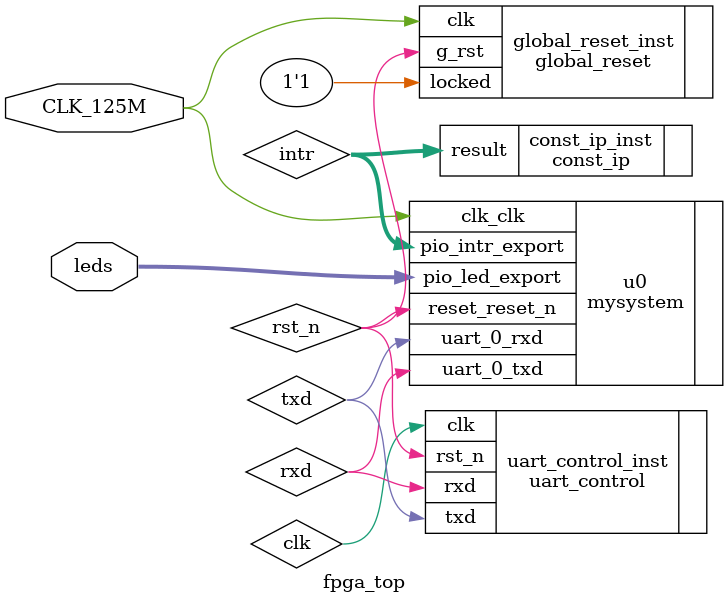
<source format=v>
module fpga_top(

    input   wire        CLK_125M     ,
    //input   wire        rst_n       ,
    inout  wire [7:0]  leds     

);
wire rst_n;
wire [1:0] intr;

wire txd, rxd;

global_reset#(
    .rst_num     (8'd10),
    .rst_type    (1'd0 )                 //复位模式 0：低有效  1：高有效
)global_reset_inst
(
	.clk    (CLK_125M   ),
	.locked (1'b1       ),
	.g_rst  (rst_n      )
);


	 
    mysystem u0 (
        .clk_clk        (CLK_125M   ),  //  clk.clk
        .reset_reset_n  (rst_n      ),  //  reset.reset_n
        .pio_led_export (leds       ),  //  pio_led.export
		  .pio_intr_export (intr      ),	 //  pio_intr.export 
		  .uart_0_rxd      (txd			),      //   uart_0.rxd
        .uart_0_txd      (rxd			)       //         .txd
	);
	
	const_ip	const_ip_inst (
	.result ( intr )
	);

	uart_control #
	(
		. BAUD_SET_COUNTER (1085)   //100M, 9600 计算方式BAUD_SET_COUNTER = 时钟频率/波特率取整即可
	)uart_control_inst
	(
		.clk	(clk	 ),//input		wire 	
		.rst_n(rst_n ),//input		wire	
		.rxd	(rxd   ),//input		wire	
		.txd	(txd   ) //output	wire	
	);

	
    
    
endmodule

</source>
